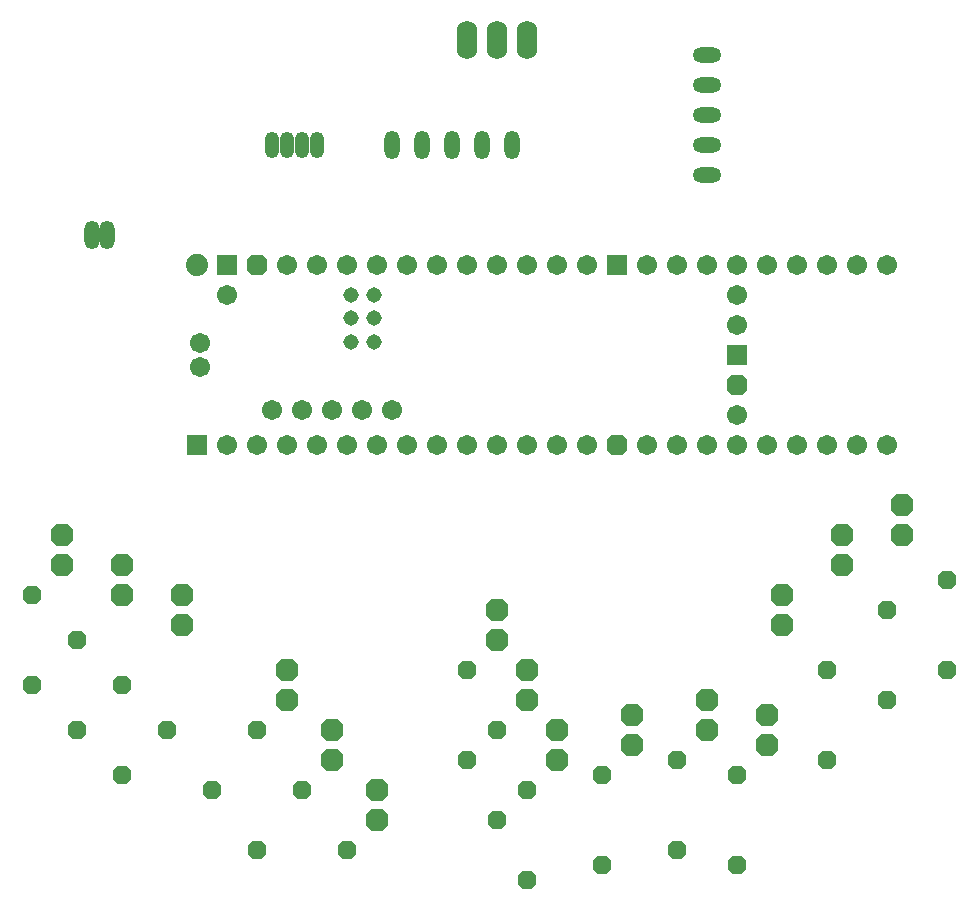
<source format=gbs>
G04*
G04 #@! TF.GenerationSoftware,Altium Limited,Altium Designer,23.10.1 (27)*
G04*
G04 Layer_Color=16711935*
%FSLAX25Y25*%
%MOIN*%
G70*
G04*
G04 #@! TF.SameCoordinates,A0C2110B-B731-4F6D-BDA8-CD75CFEE95BB*
G04*
G04*
G04 #@! TF.FilePolarity,Negative*
G04*
G01*
G75*
G04:AMPARAMS|DCode=10|XSize=74mil|YSize=74mil|CornerRadius=0mil|HoleSize=0mil|Usage=FLASHONLY|Rotation=270.000|XOffset=0mil|YOffset=0mil|HoleType=Round|Shape=Octagon|*
%AMOCTAGOND10*
4,1,8,-0.01850,-0.03700,0.01850,-0.03700,0.03700,-0.01850,0.03700,0.01850,0.01850,0.03700,-0.01850,0.03700,-0.03700,0.01850,-0.03700,-0.01850,-0.01850,-0.03700,0.0*
%
%ADD10OCTAGOND10*%

%ADD11O,0.05162X0.09524*%
G04:AMPARAMS|DCode=12|XSize=60mil|YSize=60mil|CornerRadius=0mil|HoleSize=0mil|Usage=FLASHONLY|Rotation=90.000|XOffset=0mil|YOffset=0mil|HoleType=Round|Shape=Octagon|*
%AMOCTAGOND12*
4,1,8,0.01500,0.03000,-0.01500,0.03000,-0.03000,0.01500,-0.03000,-0.01500,-0.01500,-0.03000,0.01500,-0.03000,0.03000,-0.01500,0.03000,0.01500,0.01500,0.03000,0.0*
%
%ADD12OCTAGOND12*%

%ADD13O,0.06800X0.12800*%
%ADD14O,0.04800X0.08800*%
%ADD15O,0.09524X0.05162*%
%ADD16C,0.05162*%
%ADD17C,0.06737*%
%ADD18R,0.06737X0.06737*%
G04:AMPARAMS|DCode=19|XSize=67.37mil|YSize=67.37mil|CornerRadius=0mil|HoleSize=0mil|Usage=FLASHONLY|Rotation=90.000|XOffset=0mil|YOffset=0mil|HoleType=Round|Shape=Octagon|*
%AMOCTAGOND19*
4,1,8,0.01684,0.03369,-0.01684,0.03369,-0.03369,0.01684,-0.03369,-0.01684,-0.01684,-0.03369,0.01684,-0.03369,0.03369,-0.01684,0.03369,0.01684,0.01684,0.03369,0.0*
%
%ADD19OCTAGOND19*%

%ADD20C,0.07400*%
%ADD21R,0.06737X0.06737*%
G04:AMPARAMS|DCode=22|XSize=60mil|YSize=60mil|CornerRadius=0mil|HoleSize=0mil|Usage=FLASHONLY|Rotation=0.000|XOffset=0mil|YOffset=0mil|HoleType=Round|Shape=Octagon|*
%AMOCTAGOND22*
4,1,8,0.03000,-0.01500,0.03000,0.01500,0.01500,0.03000,-0.01500,0.03000,-0.03000,0.01500,-0.03000,-0.01500,-0.01500,-0.03000,0.01500,-0.03000,0.03000,-0.01500,0.0*
%
%ADD22OCTAGOND22*%

D10*
X45000Y105000D02*
D03*
Y115000D02*
D03*
X115000Y60000D02*
D03*
Y50000D02*
D03*
X265000Y95000D02*
D03*
Y105000D02*
D03*
X180000Y70000D02*
D03*
Y80000D02*
D03*
X65000Y95000D02*
D03*
Y105000D02*
D03*
X260000Y55000D02*
D03*
Y65000D02*
D03*
X170000Y90000D02*
D03*
Y100000D02*
D03*
X240000Y60000D02*
D03*
Y70000D02*
D03*
X130000Y30000D02*
D03*
Y40000D02*
D03*
X305000Y125000D02*
D03*
Y135000D02*
D03*
X215000Y55000D02*
D03*
Y65000D02*
D03*
X285000Y115000D02*
D03*
Y125000D02*
D03*
X190000Y50000D02*
D03*
Y60000D02*
D03*
X100000Y70000D02*
D03*
Y80000D02*
D03*
X25000Y115000D02*
D03*
Y125000D02*
D03*
D11*
X135000Y255000D02*
D03*
X145000D02*
D03*
X155000D02*
D03*
X165000D02*
D03*
X175000D02*
D03*
X40000Y225000D02*
D03*
X35000D02*
D03*
D12*
X205000Y15000D02*
D03*
Y45000D02*
D03*
X45000Y75000D02*
D03*
Y45000D02*
D03*
X250000D02*
D03*
Y15000D02*
D03*
X160000Y80000D02*
D03*
Y50000D02*
D03*
X30000Y90000D02*
D03*
Y60000D02*
D03*
X230000Y50000D02*
D03*
Y20000D02*
D03*
X15000Y105000D02*
D03*
Y75000D02*
D03*
X320000Y110000D02*
D03*
Y80000D02*
D03*
X300000Y100000D02*
D03*
Y70000D02*
D03*
X180000Y40000D02*
D03*
Y10000D02*
D03*
X280000Y80000D02*
D03*
Y50000D02*
D03*
X170000Y60000D02*
D03*
Y30000D02*
D03*
D13*
X180000Y290000D02*
D03*
X170000D02*
D03*
X160000D02*
D03*
D14*
X110000Y255000D02*
D03*
X105000D02*
D03*
X100000D02*
D03*
X95000D02*
D03*
D15*
X240000Y245000D02*
D03*
Y255000D02*
D03*
Y265000D02*
D03*
Y275000D02*
D03*
Y285000D02*
D03*
D16*
X128937Y189409D02*
D03*
Y197283D02*
D03*
Y205157D02*
D03*
X121063Y189409D02*
D03*
Y197283D02*
D03*
Y205157D02*
D03*
D17*
X70906Y181063D02*
D03*
Y188937D02*
D03*
X220000Y155000D02*
D03*
X135000Y166811D02*
D03*
X125000D02*
D03*
X115000D02*
D03*
X105000D02*
D03*
X95000D02*
D03*
X300000Y215000D02*
D03*
X290000D02*
D03*
X280000D02*
D03*
X270000D02*
D03*
X260000D02*
D03*
X250000D02*
D03*
X240000D02*
D03*
X230000D02*
D03*
X220000D02*
D03*
X300000Y155000D02*
D03*
X290000D02*
D03*
X280000D02*
D03*
X270000D02*
D03*
X260000D02*
D03*
X250000D02*
D03*
X240000D02*
D03*
X230000D02*
D03*
X100000Y215000D02*
D03*
X110000D02*
D03*
X120000D02*
D03*
X130000D02*
D03*
X140000D02*
D03*
X150000D02*
D03*
X160000D02*
D03*
X170000D02*
D03*
X180000D02*
D03*
X190000D02*
D03*
X80000Y205000D02*
D03*
X190000Y155000D02*
D03*
X180000D02*
D03*
X170000D02*
D03*
X160000D02*
D03*
X150000D02*
D03*
X140000D02*
D03*
X130000D02*
D03*
X120000D02*
D03*
X110000D02*
D03*
X100000D02*
D03*
X90000D02*
D03*
X80000D02*
D03*
X200000D02*
D03*
Y215000D02*
D03*
X250000Y205000D02*
D03*
Y195000D02*
D03*
Y165000D02*
D03*
D18*
X210000Y215000D02*
D03*
X250000Y185000D02*
D03*
X70000Y155000D02*
D03*
D19*
X210000D02*
D03*
X250000Y175000D02*
D03*
X90000Y215000D02*
D03*
D20*
X70000D02*
D03*
D21*
X80000D02*
D03*
D22*
X120000Y20000D02*
D03*
X90000D02*
D03*
X105000Y40000D02*
D03*
X75000D02*
D03*
X90000Y60000D02*
D03*
X60000D02*
D03*
M02*

</source>
